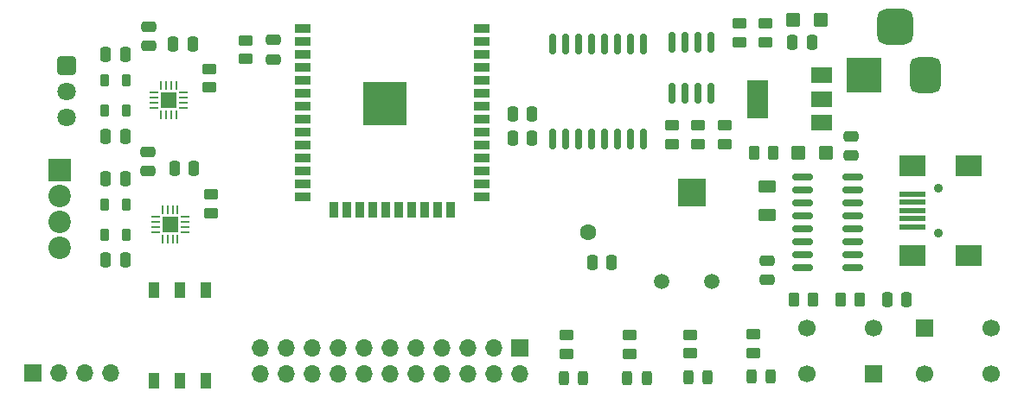
<source format=gbr>
%TF.GenerationSoftware,KiCad,Pcbnew,7.0.6*%
%TF.CreationDate,2024-04-30T21:14:55+02:00*%
%TF.ProjectId,heimdall_board,6865696d-6461-46c6-9c5f-626f6172642e,rev?*%
%TF.SameCoordinates,Original*%
%TF.FileFunction,Soldermask,Top*%
%TF.FilePolarity,Negative*%
%FSLAX46Y46*%
G04 Gerber Fmt 4.6, Leading zero omitted, Abs format (unit mm)*
G04 Created by KiCad (PCBNEW 7.0.6) date 2024-04-30 21:14:55*
%MOMM*%
%LPD*%
G01*
G04 APERTURE LIST*
G04 Aperture macros list*
%AMRoundRect*
0 Rectangle with rounded corners*
0 $1 Rounding radius*
0 $2 $3 $4 $5 $6 $7 $8 $9 X,Y pos of 4 corners*
0 Add a 4 corners polygon primitive as box body*
4,1,4,$2,$3,$4,$5,$6,$7,$8,$9,$2,$3,0*
0 Add four circle primitives for the rounded corners*
1,1,$1+$1,$2,$3*
1,1,$1+$1,$4,$5*
1,1,$1+$1,$6,$7*
1,1,$1+$1,$8,$9*
0 Add four rect primitives between the rounded corners*
20,1,$1+$1,$2,$3,$4,$5,0*
20,1,$1+$1,$4,$5,$6,$7,0*
20,1,$1+$1,$6,$7,$8,$9,0*
20,1,$1+$1,$8,$9,$2,$3,0*%
G04 Aperture macros list end*
%ADD10RoundRect,0.250000X0.625000X-0.375000X0.625000X0.375000X-0.625000X0.375000X-0.625000X-0.375000X0*%
%ADD11RoundRect,0.062500X0.375000X0.062500X-0.375000X0.062500X-0.375000X-0.062500X0.375000X-0.062500X0*%
%ADD12RoundRect,0.062500X0.062500X0.375000X-0.062500X0.375000X-0.062500X-0.375000X0.062500X-0.375000X0*%
%ADD13R,1.600000X1.600000*%
%ADD14RoundRect,0.250000X-0.250000X-0.475000X0.250000X-0.475000X0.250000X0.475000X-0.250000X0.475000X0*%
%ADD15RoundRect,0.243750X0.243750X0.456250X-0.243750X0.456250X-0.243750X-0.456250X0.243750X-0.456250X0*%
%ADD16R,2.200000X2.200000*%
%ADD17C,2.200000*%
%ADD18R,1.700000X1.700000*%
%ADD19C,1.700000*%
%ADD20RoundRect,0.250000X0.250000X0.475000X-0.250000X0.475000X-0.250000X-0.475000X0.250000X-0.475000X0*%
%ADD21RoundRect,0.250000X-0.450000X0.262500X-0.450000X-0.262500X0.450000X-0.262500X0.450000X0.262500X0*%
%ADD22RoundRect,0.250000X0.262500X0.450000X-0.262500X0.450000X-0.262500X-0.450000X0.262500X-0.450000X0*%
%ADD23RoundRect,0.250000X0.450000X-0.262500X0.450000X0.262500X-0.450000X0.262500X-0.450000X-0.262500X0*%
%ADD24RoundRect,0.250000X-0.475000X0.250000X-0.475000X-0.250000X0.475000X-0.250000X0.475000X0.250000X0*%
%ADD25RoundRect,0.150000X0.150000X-0.825000X0.150000X0.825000X-0.150000X0.825000X-0.150000X-0.825000X0*%
%ADD26R,1.500000X0.900000*%
%ADD27R,0.900000X1.500000*%
%ADD28C,0.600000*%
%ADD29R,4.200000X4.200000*%
%ADD30RoundRect,0.250000X0.475000X-0.250000X0.475000X0.250000X-0.475000X0.250000X-0.475000X-0.250000X0*%
%ADD31RoundRect,0.218750X0.218750X0.381250X-0.218750X0.381250X-0.218750X-0.381250X0.218750X-0.381250X0*%
%ADD32R,3.500000X3.500000*%
%ADD33RoundRect,0.750000X0.750000X1.000000X-0.750000X1.000000X-0.750000X-1.000000X0.750000X-1.000000X0*%
%ADD34RoundRect,0.875000X0.875000X0.875000X-0.875000X0.875000X-0.875000X-0.875000X0.875000X-0.875000X0*%
%ADD35R,1.100000X1.500000*%
%ADD36RoundRect,0.250000X0.450000X0.425000X-0.450000X0.425000X-0.450000X-0.425000X0.450000X-0.425000X0*%
%ADD37RoundRect,0.250000X-0.262500X-0.450000X0.262500X-0.450000X0.262500X0.450000X-0.262500X0.450000X0*%
%ADD38RoundRect,0.248400X-0.651600X0.651600X-0.651600X-0.651600X0.651600X-0.651600X0.651600X0.651600X0*%
%ADD39C,1.800000*%
%ADD40C,1.500000*%
%ADD41R,2.000000X1.500000*%
%ADD42R,2.000000X3.800000*%
%ADD43O,1.700000X1.700000*%
%ADD44RoundRect,0.250000X-0.450000X-0.425000X0.450000X-0.425000X0.450000X0.425000X-0.450000X0.425000X0*%
%ADD45RoundRect,0.150000X0.150000X-0.875000X0.150000X0.875000X-0.150000X0.875000X-0.150000X-0.875000X0*%
%ADD46C,0.900000*%
%ADD47R,2.500000X0.500000*%
%ADD48R,2.500000X2.000000*%
%ADD49R,2.700000X2.700000*%
%ADD50C,1.600000*%
%ADD51RoundRect,0.150000X0.825000X0.150000X-0.825000X0.150000X-0.825000X-0.150000X0.825000X-0.150000X0*%
G04 APERTURE END LIST*
D10*
%TO.C,D1*%
X172725000Y-105400000D03*
X172725000Y-102600000D03*
%TD*%
D11*
%TO.C,U4*%
X115737500Y-107075000D03*
X115737500Y-106575000D03*
X115737500Y-106075000D03*
X115737500Y-105575000D03*
D12*
X115050000Y-104887500D03*
X114550000Y-104887500D03*
X114050000Y-104887500D03*
X113550000Y-104887500D03*
D11*
X112862500Y-105575000D03*
X112862500Y-106075000D03*
X112862500Y-106575000D03*
X112862500Y-107075000D03*
D12*
X113550000Y-107762500D03*
X114050000Y-107762500D03*
X114550000Y-107762500D03*
X115050000Y-107762500D03*
D13*
X114300000Y-106325000D03*
%TD*%
D14*
%TO.C,C15*%
X108025000Y-89650000D03*
X109925000Y-89650000D03*
%TD*%
D15*
%TO.C,D2*%
X166950000Y-121300000D03*
X165075000Y-121300000D03*
%TD*%
D16*
%TO.C,J5*%
X103475000Y-100950000D03*
D17*
X103475000Y-103490000D03*
X103475000Y-106030000D03*
X103475000Y-108570000D03*
%TD*%
D14*
%TO.C,C12*%
X108025000Y-109825000D03*
X109925000Y-109825000D03*
%TD*%
D15*
%TO.C,D5*%
X160950000Y-121350000D03*
X159075000Y-121350000D03*
%TD*%
D18*
%TO.C,SW1*%
X183175000Y-121000000D03*
D19*
X176675000Y-121000000D03*
X183175000Y-116500000D03*
X176675000Y-116500000D03*
%TD*%
D20*
%TO.C,C18*%
X149725000Y-97850000D03*
X147825000Y-97850000D03*
%TD*%
D21*
%TO.C,R5*%
X165262500Y-117137500D03*
X165262500Y-118962500D03*
%TD*%
%TO.C,R8*%
X118175000Y-91050000D03*
X118175000Y-92875000D03*
%TD*%
D22*
%TO.C,R3*%
X177237500Y-113700000D03*
X175412500Y-113700000D03*
%TD*%
D21*
%TO.C,R10*%
X159287500Y-117187500D03*
X159287500Y-119012500D03*
%TD*%
D23*
%TO.C,R1*%
X121675000Y-90062500D03*
X121675000Y-88237500D03*
%TD*%
D11*
%TO.C,U5*%
X115612500Y-94900000D03*
X115612500Y-94400000D03*
X115612500Y-93900000D03*
X115612500Y-93400000D03*
D12*
X114925000Y-92712500D03*
X114425000Y-92712500D03*
X113925000Y-92712500D03*
X113425000Y-92712500D03*
D11*
X112737500Y-93400000D03*
X112737500Y-93900000D03*
X112737500Y-94400000D03*
X112737500Y-94900000D03*
D12*
X113425000Y-95587500D03*
X113925000Y-95587500D03*
X114425000Y-95587500D03*
X114925000Y-95587500D03*
D13*
X114175000Y-94150000D03*
%TD*%
D14*
%TO.C,C13*%
X114625000Y-88625000D03*
X116525000Y-88625000D03*
%TD*%
D24*
%TO.C,C2*%
X180975000Y-97650000D03*
X180975000Y-99550000D03*
%TD*%
D25*
%TO.C,U8*%
X163470000Y-93425000D03*
X164740000Y-93425000D03*
X166010000Y-93425000D03*
X167280000Y-93425000D03*
X167280000Y-88475000D03*
X166010000Y-88475000D03*
X164740000Y-88475000D03*
X163470000Y-88475000D03*
%TD*%
D14*
%TO.C,C16*%
X108025000Y-97650000D03*
X109925000Y-97650000D03*
%TD*%
D22*
%TO.C,R4*%
X181787500Y-113700000D03*
X179962500Y-113700000D03*
%TD*%
D26*
%TO.C,U1*%
X127280000Y-87110000D03*
X127280000Y-88380000D03*
X127280000Y-89650000D03*
X127280000Y-90920000D03*
X127280000Y-92190000D03*
X127280000Y-93460000D03*
X127280000Y-94730000D03*
X127280000Y-96000000D03*
X127280000Y-97270000D03*
X127280000Y-98540000D03*
X127280000Y-99810000D03*
X127280000Y-101080000D03*
X127280000Y-102350000D03*
X127280000Y-103620000D03*
D27*
X130320000Y-104870000D03*
X131590000Y-104870000D03*
X132860000Y-104870000D03*
X134130000Y-104870000D03*
X135400000Y-104870000D03*
X136670000Y-104870000D03*
X137940000Y-104870000D03*
X139210000Y-104870000D03*
X140480000Y-104870000D03*
X141750000Y-104870000D03*
D26*
X144780000Y-103620000D03*
X144780000Y-102350000D03*
X144780000Y-101080000D03*
X144780000Y-99810000D03*
X144780000Y-98540000D03*
X144780000Y-97270000D03*
X144780000Y-96000000D03*
X144780000Y-94730000D03*
X144780000Y-93460000D03*
X144780000Y-92190000D03*
X144780000Y-90920000D03*
X144780000Y-89650000D03*
X144780000Y-88380000D03*
X144780000Y-87110000D03*
D28*
X133825000Y-93687500D03*
X133825000Y-95212500D03*
X134587500Y-92925000D03*
X134587500Y-94450000D03*
X134587500Y-95975000D03*
X135350000Y-93687500D03*
D29*
X135350000Y-94450000D03*
D28*
X135350000Y-95212500D03*
X136112500Y-92925000D03*
X136112500Y-94450000D03*
X136112500Y-95975000D03*
X136875000Y-93687500D03*
X136875000Y-95212500D03*
%TD*%
D30*
%TO.C,C14*%
X112250000Y-88825000D03*
X112250000Y-86925000D03*
%TD*%
D15*
%TO.C,D4*%
X154712500Y-121350000D03*
X152837500Y-121350000D03*
%TD*%
D31*
%TO.C,FB3*%
X110037500Y-104350000D03*
X107912500Y-104350000D03*
%TD*%
D32*
%TO.C,J3*%
X182275000Y-91650000D03*
D33*
X188275000Y-91650000D03*
D34*
X185275000Y-86950000D03*
%TD*%
D35*
%TO.C,SW3*%
X112735000Y-121650000D03*
X115275000Y-121650000D03*
X117815000Y-121650000D03*
X117815000Y-112750000D03*
X115275000Y-112750000D03*
X112735000Y-112750000D03*
%TD*%
D31*
%TO.C,FB1*%
X110037500Y-92150000D03*
X107912500Y-92150000D03*
%TD*%
%TO.C,FB4*%
X110037500Y-107325000D03*
X107912500Y-107325000D03*
%TD*%
D21*
%TO.C,R13*%
X172575000Y-86587500D03*
X172575000Y-88412500D03*
%TD*%
D36*
%TO.C,C4*%
X178025000Y-86250000D03*
X175325000Y-86250000D03*
%TD*%
D14*
%TO.C,C11*%
X108025000Y-101850000D03*
X109925000Y-101850000D03*
%TD*%
D37*
%TO.C,R15*%
X171512500Y-99250000D03*
X173337500Y-99250000D03*
%TD*%
D30*
%TO.C,C7*%
X172775000Y-111750000D03*
X172775000Y-109850000D03*
%TD*%
D38*
%TO.C,U6*%
X104190000Y-90710000D03*
D39*
X104190000Y-93250000D03*
X104190000Y-95790000D03*
%TD*%
D40*
%TO.C,Y1*%
X167325000Y-111900000D03*
X162445000Y-111900000D03*
%TD*%
D21*
%TO.C,R7*%
X118275000Y-103350000D03*
X118275000Y-105175000D03*
%TD*%
D15*
%TO.C,D3*%
X173075000Y-121250000D03*
X171200000Y-121250000D03*
%TD*%
D41*
%TO.C,U2*%
X178125000Y-96300000D03*
X178125000Y-94000000D03*
D42*
X171825000Y-94000000D03*
D41*
X178125000Y-91700000D03*
%TD*%
D24*
%TO.C,C3*%
X124375000Y-88200000D03*
X124375000Y-90100000D03*
%TD*%
D21*
%TO.C,R6*%
X171387500Y-117087500D03*
X171387500Y-118912500D03*
%TD*%
D23*
%TO.C,R14*%
X170025000Y-88412500D03*
X170025000Y-86587500D03*
%TD*%
D18*
%TO.C,J2*%
X148515000Y-118450000D03*
D43*
X148515000Y-120990000D03*
X145975000Y-118450000D03*
X145975000Y-120990000D03*
X143435000Y-118450000D03*
X143435000Y-120990000D03*
X140895000Y-118450000D03*
X140895000Y-120990000D03*
X138355000Y-118450000D03*
X138355000Y-120990000D03*
X135815000Y-118450000D03*
X135815000Y-120990000D03*
X133275000Y-118450000D03*
X133275000Y-120990000D03*
X130735000Y-118450000D03*
X130735000Y-120990000D03*
X128195000Y-118450000D03*
X128195000Y-120990000D03*
X125655000Y-118450000D03*
X125655000Y-120990000D03*
X123115000Y-118450000D03*
X123115000Y-120990000D03*
%TD*%
D14*
%TO.C,C8*%
X184525000Y-113650000D03*
X186425000Y-113650000D03*
%TD*%
D31*
%TO.C,FB2*%
X110037500Y-95150000D03*
X107912500Y-95150000D03*
%TD*%
D20*
%TO.C,C17*%
X149725000Y-95450000D03*
X147825000Y-95450000D03*
%TD*%
D23*
%TO.C,R11*%
X168625000Y-98412500D03*
X168625000Y-96587500D03*
%TD*%
D14*
%TO.C,C10*%
X114750000Y-100825000D03*
X116650000Y-100825000D03*
%TD*%
D44*
%TO.C,C5*%
X175775000Y-99250000D03*
X178475000Y-99250000D03*
%TD*%
D45*
%TO.C,U7*%
X151780000Y-97900000D03*
X153050000Y-97900000D03*
X154320000Y-97900000D03*
X155590000Y-97900000D03*
X156860000Y-97900000D03*
X158130000Y-97900000D03*
X159400000Y-97900000D03*
X160670000Y-97900000D03*
X160670000Y-88600000D03*
X159400000Y-88600000D03*
X158130000Y-88600000D03*
X156860000Y-88600000D03*
X155590000Y-88600000D03*
X154320000Y-88600000D03*
X153050000Y-88600000D03*
X151780000Y-88600000D03*
%TD*%
D21*
%TO.C,R9*%
X153075000Y-117187500D03*
X153075000Y-119012500D03*
%TD*%
D20*
%TO.C,C1*%
X177125000Y-88450000D03*
X175225000Y-88450000D03*
%TD*%
D23*
%TO.C,R2*%
X163475000Y-98412500D03*
X163475000Y-96587500D03*
%TD*%
D18*
%TO.C,SW2*%
X188175000Y-116450000D03*
D19*
X194675000Y-116450000D03*
X188175000Y-120950000D03*
X194675000Y-120950000D03*
%TD*%
D30*
%TO.C,C9*%
X112100000Y-101075000D03*
X112100000Y-99175000D03*
%TD*%
D18*
%TO.C,J4*%
X100895000Y-120850000D03*
D43*
X103435000Y-120850000D03*
X105975000Y-120850000D03*
X108515000Y-120850000D03*
%TD*%
D20*
%TO.C,C6*%
X157525000Y-110050000D03*
X155625000Y-110050000D03*
%TD*%
D46*
%TO.C,J1*%
X189550000Y-107150000D03*
X189550000Y-102750000D03*
D47*
X186950000Y-106550000D03*
X186950000Y-105750000D03*
X186950000Y-104950000D03*
X186950000Y-104150000D03*
X186950000Y-103350000D03*
D48*
X186950000Y-109350000D03*
X192450000Y-109350000D03*
X186950000Y-100550000D03*
X192450000Y-100550000D03*
%TD*%
D23*
%TO.C,R12*%
X166025000Y-98412500D03*
X166025000Y-96587500D03*
%TD*%
D49*
%TO.C,BT1*%
X165425000Y-103200000D03*
D50*
X155255000Y-107050000D03*
%TD*%
D51*
%TO.C,U3*%
X181150000Y-110545000D03*
X181150000Y-109275000D03*
X181150000Y-108005000D03*
X181150000Y-106735000D03*
X181150000Y-105465000D03*
X181150000Y-104195000D03*
X181150000Y-102925000D03*
X181150000Y-101655000D03*
X176200000Y-101655000D03*
X176200000Y-102925000D03*
X176200000Y-104195000D03*
X176200000Y-105465000D03*
X176200000Y-106735000D03*
X176200000Y-108005000D03*
X176200000Y-109275000D03*
X176200000Y-110545000D03*
%TD*%
M02*

</source>
